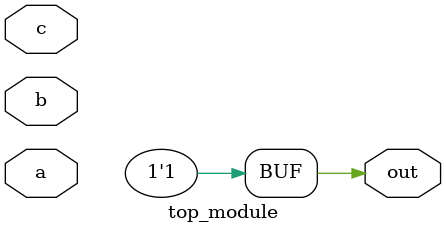
<source format=v>
module top_module(
    input a,
    input b,
    input c,
    output out
); 
    // Since the Karnaugh map shows all output values as 1, assign 1 to out directly.
    assign out = 1'b1;

endmodule
</source>
